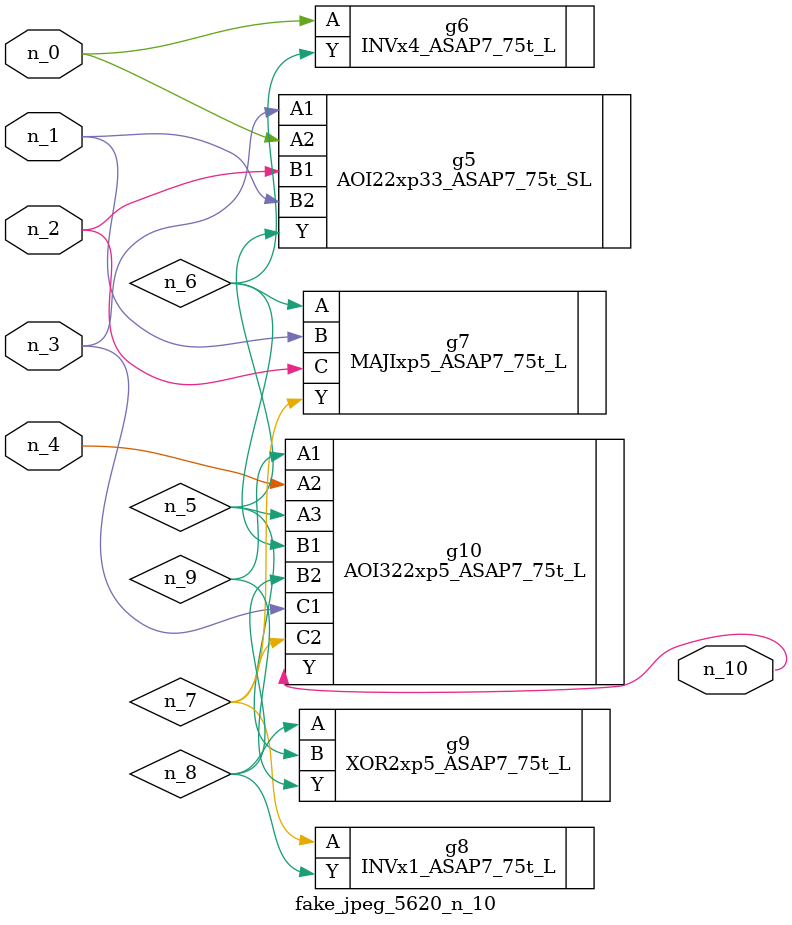
<source format=v>
module fake_jpeg_5620_n_10 (n_3, n_2, n_1, n_0, n_4, n_10);

input n_3;
input n_2;
input n_1;
input n_0;
input n_4;

output n_10;

wire n_8;
wire n_9;
wire n_6;
wire n_5;
wire n_7;

AOI22xp33_ASAP7_75t_SL g5 ( 
.A1(n_3),
.A2(n_0),
.B1(n_2),
.B2(n_1),
.Y(n_5)
);

INVx4_ASAP7_75t_L g6 ( 
.A(n_0),
.Y(n_6)
);

MAJIxp5_ASAP7_75t_L g7 ( 
.A(n_6),
.B(n_1),
.C(n_2),
.Y(n_7)
);

INVx1_ASAP7_75t_L g8 ( 
.A(n_7),
.Y(n_8)
);

XOR2xp5_ASAP7_75t_L g9 ( 
.A(n_8),
.B(n_5),
.Y(n_9)
);

AOI322xp5_ASAP7_75t_L g10 ( 
.A1(n_9),
.A2(n_4),
.A3(n_5),
.B1(n_6),
.B2(n_8),
.C1(n_3),
.C2(n_7),
.Y(n_10)
);


endmodule
</source>
